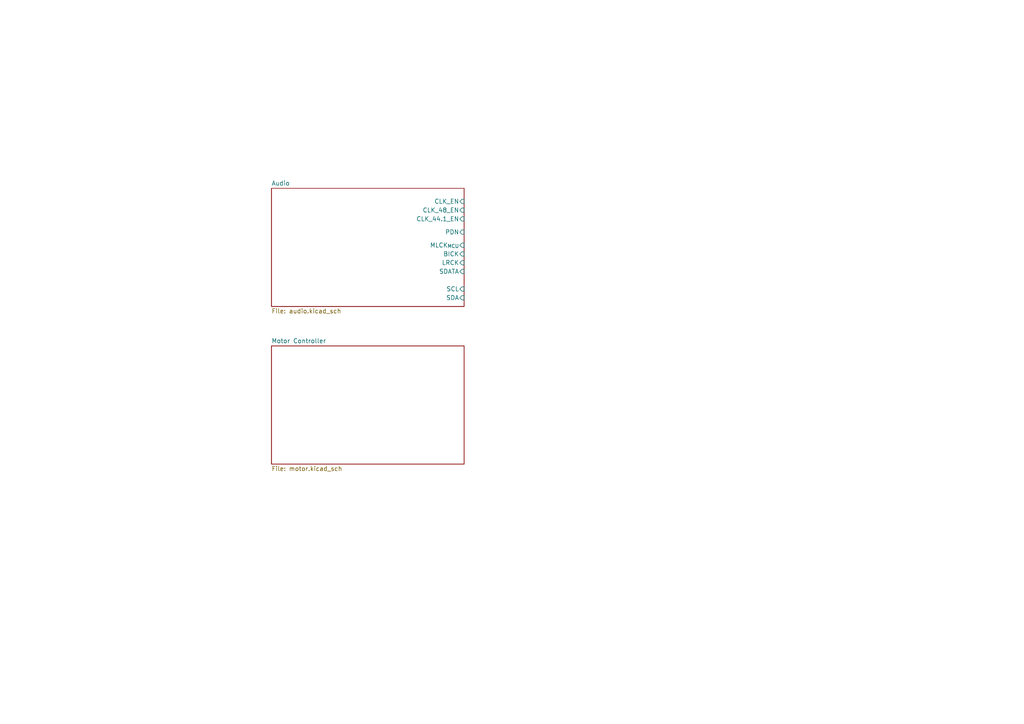
<source format=kicad_sch>
(kicad_sch
	(version 20250114)
	(generator "eeschema")
	(generator_version "9.0")
	(uuid "bff3f72a-b367-4d17-84b1-aae8062d5933")
	(paper "A4")
	(lib_symbols)
	(sheet
		(at 78.74 100.33)
		(size 55.88 34.29)
		(exclude_from_sim no)
		(in_bom yes)
		(on_board yes)
		(dnp no)
		(fields_autoplaced yes)
		(stroke
			(width 0.1524)
			(type solid)
		)
		(fill
			(color 0 0 0 0.0000)
		)
		(uuid "006d0bff-33b2-4be6-84af-b40b2edde804")
		(property "Sheetname" "Motor Controller"
			(at 78.74 99.6184 0)
			(effects
				(font
					(size 1.27 1.27)
				)
				(justify left bottom)
			)
		)
		(property "Sheetfile" "motor.kicad_sch"
			(at 78.74 135.2046 0)
			(effects
				(font
					(size 1.27 1.27)
				)
				(justify left top)
			)
		)
		(instances
			(project "object67"
				(path "/a52a93a9-ab60-414c-847b-3047ce4056cf/2d7be8e2-05a1-49f5-8994-604be09973f2"
					(page "3")
				)
			)
		)
	)
	(sheet
		(at 78.74 54.61)
		(size 55.88 34.29)
		(exclude_from_sim no)
		(in_bom yes)
		(on_board yes)
		(dnp no)
		(fields_autoplaced yes)
		(stroke
			(width 0.1524)
			(type solid)
		)
		(fill
			(color 0 0 0 0.0000)
		)
		(uuid "f43f4198-176f-4b92-97fe-5a3f8cda9d3b")
		(property "Sheetname" "Audio"
			(at 78.74 53.8984 0)
			(effects
				(font
					(size 1.27 1.27)
				)
				(justify left bottom)
			)
		)
		(property "Sheetfile" "audio.kicad_sch"
			(at 78.74 89.4846 0)
			(effects
				(font
					(size 1.27 1.27)
				)
				(justify left top)
			)
		)
		(pin "BICK" input
			(at 134.62 73.66 0)
			(uuid "54c94b73-644c-4368-a962-3e4e6d120d06")
			(effects
				(font
					(size 1.27 1.27)
				)
				(justify right)
			)
		)
		(pin "CLK_44.1_EN" input
			(at 134.62 63.5 0)
			(uuid "7a6657c5-0d61-4fe6-9e3f-c046f60cbaaa")
			(effects
				(font
					(size 1.27 1.27)
				)
				(justify right)
			)
		)
		(pin "CLK_48_EN" input
			(at 134.62 60.96 0)
			(uuid "be8d5ab3-2dfd-4da9-8948-76791aba443c")
			(effects
				(font
					(size 1.27 1.27)
				)
				(justify right)
			)
		)
		(pin "CLK_EN" input
			(at 134.62 58.42 0)
			(uuid "23720582-e5ce-4678-9acb-eb22edb84434")
			(effects
				(font
					(size 1.27 1.27)
				)
				(justify right)
			)
		)
		(pin "LRCK" input
			(at 134.62 76.2 0)
			(uuid "a5871d7a-5ff3-4e68-900a-cf414e90c108")
			(effects
				(font
					(size 1.27 1.27)
				)
				(justify right)
			)
		)
		(pin "MLCK_{MCU}" input
			(at 134.62 71.12 0)
			(uuid "eb567684-dea7-41ff-9970-616bfecbbcab")
			(effects
				(font
					(size 1.27 1.27)
				)
				(justify right)
			)
		)
		(pin "PDN" input
			(at 134.62 67.31 0)
			(uuid "5bb8aa4e-5a5d-4143-8e3b-9e55b621b541")
			(effects
				(font
					(size 1.27 1.27)
				)
				(justify right)
			)
		)
		(pin "SCL" input
			(at 134.62 83.82 0)
			(uuid "08657d30-c78e-4fd3-a59c-2c76fbb0200b")
			(effects
				(font
					(size 1.27 1.27)
				)
				(justify right)
			)
		)
		(pin "SDA" input
			(at 134.62 86.36 0)
			(uuid "786865ee-767a-4591-9f8b-44b6a65859df")
			(effects
				(font
					(size 1.27 1.27)
				)
				(justify right)
			)
		)
		(pin "SDATA" input
			(at 134.62 78.74 0)
			(uuid "374115cf-2acf-4276-8d83-2ef934e08857")
			(effects
				(font
					(size 1.27 1.27)
				)
				(justify right)
			)
		)
		(instances
			(project "object67"
				(path "/a52a93a9-ab60-414c-847b-3047ce4056cf/2d7be8e2-05a1-49f5-8994-604be09973f2"
					(page "4")
				)
			)
		)
	)
)

</source>
